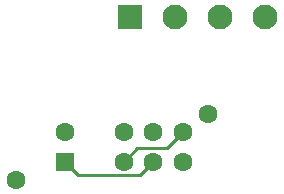
<source format=gbl>
G04 #@! TF.GenerationSoftware,KiCad,Pcbnew,6.0.5-a6ca702e91~116~ubuntu20.04.1*
G04 #@! TF.CreationDate,2022-06-19T14:06:46-04:00*
G04 #@! TF.ProjectId,sidekickvco_b2,73696465-6b69-4636-9b76-636f5f62322e,rev?*
G04 #@! TF.SameCoordinates,Original*
G04 #@! TF.FileFunction,Copper,L2,Bot*
G04 #@! TF.FilePolarity,Positive*
%FSLAX46Y46*%
G04 Gerber Fmt 4.6, Leading zero omitted, Abs format (unit mm)*
G04 Created by KiCad (PCBNEW 6.0.5-a6ca702e91~116~ubuntu20.04.1) date 2022-06-19 14:06:46*
%MOMM*%
%LPD*%
G01*
G04 APERTURE LIST*
G04 Aperture macros list*
%AMRoundRect*
0 Rectangle with rounded corners*
0 $1 Rounding radius*
0 $2 $3 $4 $5 $6 $7 $8 $9 X,Y pos of 4 corners*
0 Add a 4 corners polygon primitive as box body*
4,1,4,$2,$3,$4,$5,$6,$7,$8,$9,$2,$3,0*
0 Add four circle primitives for the rounded corners*
1,1,$1+$1,$2,$3*
1,1,$1+$1,$4,$5*
1,1,$1+$1,$6,$7*
1,1,$1+$1,$8,$9*
0 Add four rect primitives between the rounded corners*
20,1,$1+$1,$2,$3,$4,$5,0*
20,1,$1+$1,$4,$5,$6,$7,0*
20,1,$1+$1,$6,$7,$8,$9,0*
20,1,$1+$1,$8,$9,$2,$3,0*%
G04 Aperture macros list end*
G04 #@! TA.AperFunction,ComponentPad*
%ADD10C,2.100000*%
G04 #@! TD*
G04 #@! TA.AperFunction,WasherPad*
%ADD11C,1.600000*%
G04 #@! TD*
G04 #@! TA.AperFunction,ComponentPad*
%ADD12R,1.600000X1.600000*%
G04 #@! TD*
G04 #@! TA.AperFunction,ComponentPad*
%ADD13C,1.600000*%
G04 #@! TD*
G04 #@! TA.AperFunction,ComponentPad*
%ADD14RoundRect,0.250001X-0.799999X-0.799999X0.799999X-0.799999X0.799999X0.799999X-0.799999X0.799999X0*%
G04 #@! TD*
G04 #@! TA.AperFunction,Conductor*
%ADD15C,0.250000*%
G04 #@! TD*
G04 APERTURE END LIST*
D10*
G04 #@! TO.P,J15,1,Pin_1*
G04 #@! TO.N,Board_0-/Panel mounted components/SYNCA_P*
X152389999Y-91009999D03*
G04 #@! TD*
D11*
G04 #@! TO.P,SW2,*
G04 #@! TO.N,*
X155138199Y-99220399D03*
X138938199Y-104820399D03*
D12*
G04 #@! TO.P,SW2,1,1*
G04 #@! TO.N,Board_0-/Panel mounted components/SOFT_SYNC_OFF_P*
X143038199Y-103270399D03*
D13*
G04 #@! TO.P,SW2,2,2*
G04 #@! TO.N,Board_0-/Panel mounted components/SOFT_SYNCA_P*
X148038199Y-103270399D03*
G04 #@! TO.P,SW2,3,3*
G04 #@! TO.N,Board_0-/Panel mounted components/SOFT_SYNC_OFF_P*
X150538199Y-103270399D03*
G04 #@! TO.P,SW2,4,4*
G04 #@! TO.N,Board_0-unconnected-(SW2-Pad4)*
X153038199Y-103270399D03*
G04 #@! TO.P,SW2,5,5*
G04 #@! TO.N,Board_0-/Panel mounted components/HARD_SYNCA_P*
X143038199Y-100770399D03*
G04 #@! TO.P,SW2,6,6*
G04 #@! TO.N,Board_0-/Panel mounted components/SYNCA_P*
X148038199Y-100770399D03*
G04 #@! TO.P,SW2,7,7*
G04 #@! TO.N,Board_0-unconnected-(SW2-Pad7)*
X150538199Y-100770399D03*
G04 #@! TO.P,SW2,8,8*
G04 #@! TO.N,Board_0-/Panel mounted components/SOFT_SYNCA_P*
X153038199Y-100770399D03*
G04 #@! TD*
D14*
G04 #@! TO.P,J14,1,Pin_1*
G04 #@! TO.N,Board_0-/Panel mounted components/HARD_SYNCA_P*
X148579999Y-91009999D03*
G04 #@! TD*
D10*
G04 #@! TO.P,J17,1,Pin_1*
G04 #@! TO.N,Board_0-/Panel mounted components/SOFT_SYNCA_P*
X160009999Y-91009999D03*
G04 #@! TD*
G04 #@! TO.P,J16,1,Pin_1*
G04 #@! TO.N,Board_0-/Panel mounted components/SOFT_SYNC_OFF_P*
X156199999Y-91009999D03*
G04 #@! TD*
D15*
G04 #@! TO.N,Board_0-/Panel mounted components/SOFT_SYNCA_P*
X149162710Y-102145888D02*
X151662710Y-102145888D01*
X151662710Y-102145888D02*
X153038199Y-100770399D01*
X148038199Y-103270399D02*
X149162710Y-102145888D01*
G04 #@! TO.N,Board_0-/Panel mounted components/SOFT_SYNC_OFF_P*
X149413688Y-104394910D02*
X150538199Y-103270399D01*
X144162710Y-104394910D02*
X149413688Y-104394910D01*
X143038199Y-103270399D02*
X144162710Y-104394910D01*
G04 #@! TD*
M02*

</source>
